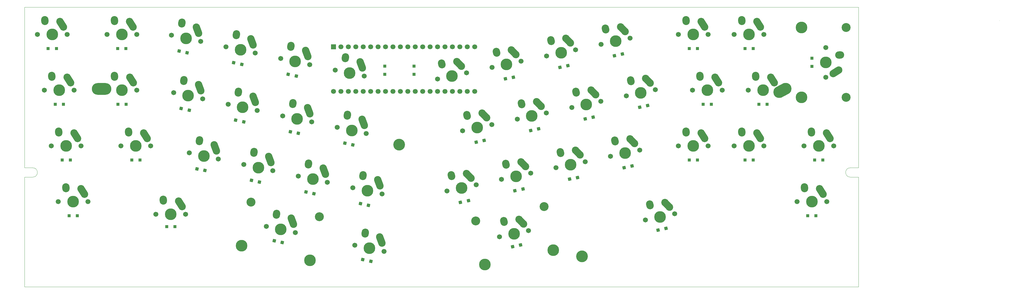
<source format=gbs>
%TF.GenerationSoftware,KiCad,Pcbnew,(6.0.6)*%
%TF.CreationDate,2022-07-10T17:12:38+03:00*%
%TF.ProjectId,liisa,6c696973-612e-46b6-9963-61645f706362,rev?*%
%TF.SameCoordinates,Original*%
%TF.FileFunction,Soldermask,Bot*%
%TF.FilePolarity,Negative*%
%FSLAX46Y46*%
G04 Gerber Fmt 4.6, Leading zero omitted, Abs format (unit mm)*
G04 Created by KiCad (PCBNEW (6.0.6)) date 2022-07-10 17:12:38*
%MOMM*%
%LPD*%
G01*
G04 APERTURE LIST*
G04 Aperture macros list*
%AMHorizOval*
0 Thick line with rounded ends*
0 $1 width*
0 $2 $3 position (X,Y) of the first rounded end (center of the circle)*
0 $4 $5 position (X,Y) of the second rounded end (center of the circle)*
0 Add line between two ends*
20,1,$1,$2,$3,$4,$5,0*
0 Add two circle primitives to create the rounded ends*
1,1,$1,$2,$3*
1,1,$1,$4,$5*%
%AMRotRect*
0 Rectangle, with rotation*
0 The origin of the aperture is its center*
0 $1 length*
0 $2 width*
0 $3 Rotation angle, in degrees counterclockwise*
0 Add horizontal line*
21,1,$1,$2,0,0,$3*%
G04 Aperture macros list end*
%TA.AperFunction,Profile*%
%ADD10C,0.100000*%
%TD*%
%ADD11C,3.987800*%
%ADD12C,1.701800*%
%ADD13HorizOval,2.500000X-0.788523X0.802407X0.788523X-0.802407X0*%
%ADD14HorizOval,2.500000X-0.079448X0.278905X0.079448X-0.278905X0*%
%ADD15C,4.000000*%
%ADD16O,6.700000X4.000000*%
%ADD17HorizOval,4.000000X-1.103684X-0.586839X1.103684X0.586839X0*%
%ADD18HorizOval,2.500000X-0.393983X1.053756X0.393983X-1.053756X0*%
%ADD19HorizOval,2.500000X0.040861X0.287107X-0.040861X-0.287107X0*%
%ADD20RotRect,1.100000X1.100000X192.000000*%
%ADD21R,1.100000X1.100000*%
%ADD22RotRect,1.100000X1.100000X168.000000*%
%ADD23HorizOval,2.500000X-0.604462X0.948815X0.604462X-0.948815X0*%
%ADD24HorizOval,2.500000X-0.019724X0.289328X0.019724X-0.289328X0*%
%ADD25C,3.048000*%
%ADD26HorizOval,2.500000X0.948815X0.604462X-0.948815X-0.604462X0*%
%ADD27HorizOval,2.500000X0.289328X0.019724X-0.289328X-0.019724X0*%
%ADD28C,1.700000*%
%ADD29R,1.700000X1.700000*%
G04 APERTURE END LIST*
D10*
X320410000Y-113520000D02*
X320410000Y-76010000D01*
X38210000Y-72820000D02*
X35410000Y-72820000D01*
X368553350Y-22485001D02*
X368553350Y-22485001D01*
X35410000Y-17920000D02*
X320410000Y-17920000D01*
X38210000Y-76020000D02*
G75*
G03*
X38210000Y-72820000I0J1600000D01*
G01*
X320410000Y-76010000D02*
X317610000Y-76010000D01*
X320410000Y-17920000D02*
X320410000Y-72810000D01*
X35410000Y-76020000D02*
X35410000Y-113520000D01*
X38210000Y-76020000D02*
X35410000Y-76020000D01*
X320410000Y-72810000D02*
X317610000Y-72810000D01*
X317610000Y-72810000D02*
G75*
G03*
X317610000Y-76010000I0J-1600000D01*
G01*
X320410000Y-113520000D02*
X35410000Y-113520000D01*
X35410000Y-72820000D02*
X35410000Y-17920000D01*
D11*
%TO.C,K24*%
X190109366Y-59075760D03*
D12*
X185140376Y-60131951D03*
X195078356Y-58019569D03*
D13*
X192561387Y-54955928D03*
D14*
X186648537Y-54914370D03*
%TD*%
D15*
%TO.C,HOLE_M3*%
X225910000Y-103120000D03*
%TD*%
D16*
%TO.C,HOLE_M3*%
X61710000Y-45820000D03*
%TD*%
D17*
%TO.C,HOLE_M3*%
X294409020Y-46401931D03*
%TD*%
D15*
%TO.C,HOLE_M3*%
X163400000Y-64920000D03*
%TD*%
D12*
%TO.C,K14*%
X110338786Y-71702384D03*
X120276766Y-73814766D03*
D11*
X115307776Y-72758575D03*
D18*
X119223496Y-69992248D03*
D19*
X113838741Y-67549311D03*
%TD*%
D20*
%TO.C,D31*%
X229736376Y-55521677D03*
X226997562Y-56103829D03*
%TD*%
D12*
%TO.C,K34*%
X250979491Y-46137416D03*
D11*
X246010501Y-47193607D03*
D12*
X241041511Y-48249798D03*
D13*
X248462522Y-43073775D03*
D14*
X242549672Y-43032217D03*
%TD*%
D11*
%TO.C,K13*%
X109951638Y-52144503D03*
D12*
X114920628Y-53200694D03*
X104982648Y-51088312D03*
D18*
X113867358Y-49378176D03*
D19*
X108482603Y-46935239D03*
%TD*%
D21*
%TO.C,D41*%
X289178750Y-51070000D03*
X286378750Y-51070000D03*
%TD*%
D11*
%TO.C,K18*%
X133941488Y-76719293D03*
D12*
X138910478Y-77775484D03*
X128972498Y-75663102D03*
D18*
X137857208Y-73952966D03*
D19*
X132472453Y-71510029D03*
%TD*%
D12*
%TO.C,K31*%
X222407800Y-52210517D03*
X232345780Y-50098135D03*
D11*
X227376790Y-51154326D03*
D13*
X229828811Y-47034494D03*
D14*
X223915961Y-46992936D03*
%TD*%
D21*
%TO.C,D40*%
X284416250Y-32020000D03*
X281616250Y-32020000D03*
%TD*%
D22*
%TO.C,D10*%
X91697154Y-53133291D03*
X88958340Y-52551139D03*
%TD*%
D21*
%TO.C,D4*%
X53435000Y-89170000D03*
X50635000Y-89170000D03*
%TD*%
D11*
%TO.C,K17*%
X128585350Y-56105223D03*
D12*
X123616360Y-55049032D03*
X133554340Y-57161414D03*
D18*
X132501070Y-53338896D03*
D19*
X127116315Y-50895959D03*
%TD*%
D12*
%TO.C,K25*%
X179784238Y-80746022D03*
D11*
X184753228Y-79689831D03*
D12*
X189722218Y-78633640D03*
D13*
X187205249Y-75569999D03*
D14*
X181292399Y-75528441D03*
%TD*%
D12*
%TO.C,K26*%
X195154942Y-38527701D03*
X205092922Y-36415319D03*
D11*
X200123932Y-37471510D03*
D13*
X202575953Y-33351678D03*
D14*
X196663103Y-33310120D03*
%TD*%
D21*
%TO.C,D8*%
X86772500Y-92905505D03*
X83972500Y-92905505D03*
%TD*%
D11*
%TO.C,K37*%
X268728750Y-46307500D03*
D12*
X263648750Y-46307500D03*
X273808750Y-46307500D03*
D23*
X271983750Y-42787500D03*
D24*
X266208750Y-41517500D03*
%TD*%
D21*
%TO.C,D42*%
X284416250Y-70120000D03*
X281616250Y-70120000D03*
%TD*%
D12*
%TO.C,K22*%
X158241901Y-101360092D03*
D11*
X153272911Y-100303901D03*
D12*
X148303921Y-99247710D03*
D18*
X157188631Y-97537574D03*
D19*
X151803876Y-95094637D03*
%TD*%
D12*
%TO.C,K21*%
X147606210Y-79623820D03*
D11*
X152575200Y-80680011D03*
D12*
X157544190Y-81736202D03*
D18*
X156490920Y-77913684D03*
D19*
X151106165Y-75470747D03*
%TD*%
D22*
%TO.C,D16*%
X128266867Y-41430835D03*
X125528053Y-40848683D03*
%TD*%
D11*
%TO.C,K2*%
X47272500Y-46307500D03*
D12*
X42192500Y-46307500D03*
X52352500Y-46307500D03*
D23*
X50527500Y-42787500D03*
D24*
X44752500Y-41517500D03*
%TD*%
D22*
%TO.C,D17*%
X128964578Y-61054726D03*
X126225764Y-60472574D03*
%TD*%
D21*
%TO.C,D6*%
X70103750Y-51070000D03*
X67303750Y-51070000D03*
%TD*%
%TO.C,D43*%
X308228750Y-70120000D03*
X305428750Y-70120000D03*
%TD*%
D20*
%TO.C,D25*%
X187112814Y-84057183D03*
X184374000Y-84639335D03*
%TD*%
D12*
%TO.C,K6*%
X73783750Y-46307500D03*
D11*
X68703750Y-46307500D03*
D23*
X71958750Y-42787500D03*
D24*
X66183750Y-41517500D03*
%TD*%
D21*
%TO.C,D38*%
X265366250Y-70120000D03*
X262566250Y-70120000D03*
%TD*%
%TO.C,D3*%
X51053750Y-70120000D03*
X48253750Y-70120000D03*
%TD*%
%TO.C,D36*%
X265366250Y-32020000D03*
X262566250Y-32020000D03*
%TD*%
%TO.C,D7*%
X74866250Y-70120000D03*
X72066250Y-70120000D03*
%TD*%
D12*
%TO.C,K38*%
X258886250Y-65357500D03*
X269046250Y-65357500D03*
D11*
X263966250Y-65357500D03*
D23*
X267221250Y-61837500D03*
D24*
X261446250Y-60567500D03*
%TD*%
D22*
%TO.C,D20*%
X147598291Y-65015443D03*
X144859477Y-64433291D03*
%TD*%
D24*
%TO.C,K1*%
X42371250Y-22467500D03*
D23*
X48146250Y-23737500D03*
D12*
X49971250Y-27257500D03*
D11*
X44891250Y-27257500D03*
D12*
X39811250Y-27257500D03*
%TD*%
%TO.C,K7*%
X68386250Y-65357500D03*
X78546250Y-65357500D03*
D11*
X73466250Y-65357500D03*
D23*
X76721250Y-61837500D03*
D24*
X70946250Y-60567500D03*
%TD*%
D11*
%TO.C,K11*%
X96674064Y-68797857D03*
D12*
X91705074Y-67741666D03*
X101643054Y-69854048D03*
D18*
X100589784Y-66031530D03*
D19*
X95205029Y-63588593D03*
%TD*%
D12*
%TO.C,K28*%
X208355930Y-74672923D03*
X198417950Y-76785305D03*
D11*
X203386940Y-75729114D03*
D13*
X205838961Y-71609282D03*
D14*
X199926111Y-71567724D03*
%TD*%
D12*
%TO.C,K8*%
X90452500Y-88676736D03*
X80292500Y-88676736D03*
D11*
X85372500Y-88676736D03*
D23*
X88627500Y-85156736D03*
D24*
X82852500Y-83886736D03*
%TD*%
D11*
%TO.C,K41*%
X287778750Y-46307500D03*
D12*
X282698750Y-46307500D03*
D23*
X291033750Y-42787500D03*
D24*
X285258750Y-41517500D03*
%TD*%
D25*
%TO.C,K15*%
X136122517Y-89517424D03*
D12*
X127962118Y-94923926D03*
X118024138Y-92811544D03*
D11*
X132953943Y-104424393D03*
X109599691Y-99460294D03*
D25*
X112768265Y-84553324D03*
D11*
X122993128Y-93867735D03*
D18*
X126908848Y-91101408D03*
D19*
X121524093Y-88658471D03*
%TD*%
%TO.C,K9*%
X89151181Y-23350631D03*
D18*
X94535936Y-25793568D03*
D11*
X90620216Y-28559895D03*
D12*
X85651226Y-27503704D03*
X95589206Y-29616086D03*
%TD*%
D20*
%TO.C,D28*%
X205746526Y-80096465D03*
X203007712Y-80678617D03*
%TD*%
D21*
%TO.C,D23*%
X168500000Y-40900000D03*
X168500000Y-38100000D03*
%TD*%
D22*
%TO.C,D11*%
X97053292Y-73747361D03*
X94314478Y-73165209D03*
%TD*%
%TO.C,D13*%
X110298744Y-57087181D03*
X107559930Y-56505029D03*
%TD*%
D12*
%TO.C,K45*%
X299367500Y-84407500D03*
X309527500Y-84407500D03*
D11*
X304447500Y-84407500D03*
D23*
X307702500Y-80887500D03*
D24*
X301927500Y-79617500D03*
%TD*%
D20*
%TO.C,D27*%
X211102664Y-59482394D03*
X208363850Y-60064546D03*
%TD*%
D12*
%TO.C,K42*%
X288096250Y-65357500D03*
D11*
X283016250Y-65357500D03*
D12*
X277936250Y-65357500D03*
D23*
X286271250Y-61837500D03*
D24*
X280496250Y-60567500D03*
%TD*%
D12*
%TO.C,K35*%
X235685373Y-68863869D03*
X245623353Y-66751487D03*
D11*
X240654363Y-67807678D03*
D13*
X243106384Y-63687846D03*
D14*
X237193534Y-63646288D03*
%TD*%
D20*
%TO.C,D35*%
X243013950Y-72175030D03*
X240275136Y-72757182D03*
%TD*%
D21*
%TO.C,D37*%
X270128750Y-51070000D03*
X267328750Y-51070000D03*
%TD*%
%TO.C,D45*%
X304447500Y-38182500D03*
X304447500Y-35382500D03*
%TD*%
%TO.C,D44*%
X305847500Y-89170000D03*
X303047500Y-89170000D03*
%TD*%
D12*
%TO.C,K4*%
X57115000Y-84407500D03*
D11*
X52035000Y-84407500D03*
D12*
X46955000Y-84407500D03*
D23*
X55290000Y-80887500D03*
D24*
X49515000Y-79617500D03*
%TD*%
D12*
%TO.C,K44*%
X311908750Y-65357500D03*
D11*
X306828750Y-65357500D03*
D12*
X301748750Y-65357500D03*
D23*
X310083750Y-61837500D03*
D24*
X304308750Y-60567500D03*
%TD*%
D12*
%TO.C,K39*%
X247623912Y-90670739D03*
D11*
X252592902Y-89614548D03*
D12*
X257561892Y-88558357D03*
D13*
X255044923Y-85494716D03*
D14*
X249132073Y-85453158D03*
%TD*%
D22*
%TO.C,D12*%
X106894341Y-36887965D03*
X109633155Y-37470117D03*
%TD*%
D20*
%TO.C,D29*%
X204946261Y-99237871D03*
X202207447Y-99820023D03*
%TD*%
D12*
%TO.C,K16*%
X132856630Y-37537522D03*
D11*
X127887640Y-36481331D03*
D12*
X122918650Y-35425140D03*
D18*
X131803360Y-33715004D03*
D19*
X126418605Y-31272067D03*
%TD*%
D12*
%TO.C,K36*%
X258886250Y-27257500D03*
D11*
X263966250Y-27257500D03*
D12*
X269046250Y-27257500D03*
D23*
X267221250Y-23737500D03*
D24*
X261446250Y-22467500D03*
%TD*%
D12*
%TO.C,K30*%
X223726634Y-32454602D03*
X213788654Y-34566984D03*
D11*
X218757644Y-33510793D03*
D13*
X221209665Y-29390961D03*
D14*
X215296815Y-29349403D03*
%TD*%
D25*
%TO.C,K29*%
X189559840Y-91002693D03*
D12*
X197720239Y-96409195D03*
D25*
X212914092Y-86038593D03*
D12*
X207658219Y-94296813D03*
D11*
X216082666Y-100945563D03*
X192728414Y-105909662D03*
X202689229Y-95353004D03*
D13*
X205141250Y-91233172D03*
D14*
X199228400Y-91191614D03*
%TD*%
D21*
%TO.C,D2*%
X48672500Y-51070000D03*
X45872500Y-51070000D03*
%TD*%
D20*
%TO.C,D32*%
X224380238Y-76135748D03*
X221641424Y-76717900D03*
%TD*%
D12*
%TO.C,K33*%
X232422366Y-30606266D03*
D11*
X237391356Y-29550075D03*
D12*
X242360346Y-28493884D03*
D13*
X239843377Y-25430243D03*
D14*
X233930527Y-25388685D03*
%TD*%
D12*
%TO.C,K40*%
X288096250Y-27257500D03*
X277936250Y-27257500D03*
D11*
X283016250Y-27257500D03*
D23*
X286271250Y-23737500D03*
D24*
X280496250Y-22467500D03*
%TD*%
D22*
%TO.C,D22*%
X153754693Y-104770921D03*
X151015879Y-104188769D03*
%TD*%
D20*
%TO.C,D24*%
X192468953Y-63443113D03*
X189730139Y-64025265D03*
%TD*%
D22*
%TO.C,D18*%
X134320715Y-81668797D03*
X131581901Y-81086645D03*
%TD*%
D12*
%TO.C,K32*%
X226989641Y-70712204D03*
X217051661Y-72824586D03*
D11*
X222020651Y-71768395D03*
D13*
X224472672Y-67648563D03*
D14*
X218559822Y-67607005D03*
%TD*%
D22*
%TO.C,D9*%
X90956228Y-33500214D03*
X88217414Y-32918062D03*
%TD*%
D21*
%TO.C,D19*%
X158500000Y-40900000D03*
X158500000Y-38100000D03*
%TD*%
D20*
%TO.C,D30*%
X221117230Y-37878145D03*
X218378416Y-38460297D03*
%TD*%
%TO.C,D34*%
X248370088Y-51560959D03*
X245631274Y-52143111D03*
%TD*%
D22*
%TO.C,D15*%
X123474912Y-98334755D03*
X120736098Y-97752603D03*
%TD*%
D11*
%TO.C,K19*%
X146521351Y-40442049D03*
D12*
X151490341Y-41498240D03*
X141552361Y-39385858D03*
D18*
X150437071Y-37675722D03*
D19*
X145052316Y-35232785D03*
%TD*%
D21*
%TO.C,D1*%
X46291250Y-32020000D03*
X43491250Y-32020000D03*
%TD*%
D24*
%TO.C,K5*%
X66142462Y-22467500D03*
D23*
X71917462Y-23737500D03*
D12*
X63582462Y-27257500D03*
X73742462Y-27257500D03*
D11*
X68662462Y-27257500D03*
%TD*%
D22*
%TO.C,D14*%
X115687004Y-77708080D03*
X112948190Y-77125928D03*
%TD*%
D21*
%TO.C,D5*%
X70011106Y-32020000D03*
X67211106Y-32020000D03*
%TD*%
D12*
%TO.C,K20*%
X142250072Y-59009749D03*
D11*
X147219062Y-60065940D03*
D12*
X152188052Y-61122131D03*
D18*
X151134782Y-57299613D03*
D19*
X145750027Y-54856676D03*
%TD*%
D11*
%TO.C,K23*%
X181490220Y-41432228D03*
D12*
X186459210Y-40376037D03*
X176521230Y-42488419D03*
D13*
X183942241Y-37312396D03*
D14*
X178029391Y-37270838D03*
%TD*%
D22*
%TO.C,D21*%
X152954428Y-85629515D03*
X150215614Y-85047363D03*
%TD*%
D20*
%TO.C,D26*%
X202483519Y-41838862D03*
X199744705Y-42421014D03*
%TD*%
%TO.C,D33*%
X239750942Y-33917427D03*
X237012128Y-34499579D03*
%TD*%
D12*
%TO.C,K3*%
X54733750Y-65357500D03*
D11*
X49653750Y-65357500D03*
D12*
X44573750Y-65357500D03*
D23*
X52908750Y-61837500D03*
D24*
X47133750Y-60567500D03*
%TD*%
D12*
%TO.C,K43*%
X309210000Y-41862500D03*
D11*
X300955000Y-24844500D03*
D25*
X316195000Y-24844500D03*
D11*
X300955000Y-48720500D03*
X309210000Y-36782500D03*
D25*
X316195000Y-48720500D03*
D12*
X309210000Y-31702500D03*
D26*
X312730000Y-40037500D03*
D27*
X314000000Y-34262500D03*
%TD*%
D12*
%TO.C,K10*%
X86348936Y-47127596D03*
X96286916Y-49239978D03*
D11*
X91317926Y-48183787D03*
D18*
X95233646Y-45417460D03*
D19*
X89848891Y-42974523D03*
%TD*%
D28*
%TO.C,U1*%
X140970000Y-46720000D03*
X143510000Y-46720000D03*
X146050000Y-46720000D03*
X148590000Y-46720000D03*
X151130000Y-46720000D03*
X153670000Y-46720000D03*
X156210000Y-46720000D03*
X158750000Y-46720000D03*
X161290000Y-46720000D03*
X163830000Y-46720000D03*
X166370000Y-46720000D03*
X168910000Y-46720000D03*
X171450000Y-46720000D03*
X173990000Y-46720000D03*
X176530000Y-46720000D03*
X179070000Y-46720000D03*
X181610000Y-46720000D03*
X184150000Y-46720000D03*
X186690000Y-46720000D03*
X189230000Y-46720000D03*
X189230000Y-31480000D03*
X186690000Y-31480000D03*
X184150000Y-31480000D03*
X181610000Y-31480000D03*
X179070000Y-31480000D03*
X176530000Y-31480000D03*
X173990000Y-31480000D03*
X171450000Y-31480000D03*
X168910000Y-31480000D03*
X166370000Y-31480000D03*
X163830000Y-31480000D03*
X161290000Y-31480000D03*
X158750000Y-31480000D03*
X156210000Y-31480000D03*
X153670000Y-31480000D03*
X151130000Y-31480000D03*
X148590000Y-31480000D03*
X146050000Y-31480000D03*
X143510000Y-31480000D03*
D29*
X140970000Y-31480000D03*
%TD*%
D12*
%TO.C,K27*%
X203774088Y-56171234D03*
X213712068Y-54058852D03*
D11*
X208743078Y-55115043D03*
D13*
X211195099Y-50995211D03*
D14*
X205282249Y-50953653D03*
%TD*%
D20*
%TO.C,D39*%
X254631207Y-93498341D03*
X251892393Y-94080493D03*
%TD*%
D19*
%TO.C,K12*%
X107784893Y-27311349D03*
D18*
X113169648Y-29754286D03*
D11*
X109253928Y-32520613D03*
D12*
X104284938Y-31464422D03*
X114222918Y-33576804D03*
%TD*%
M02*

</source>
